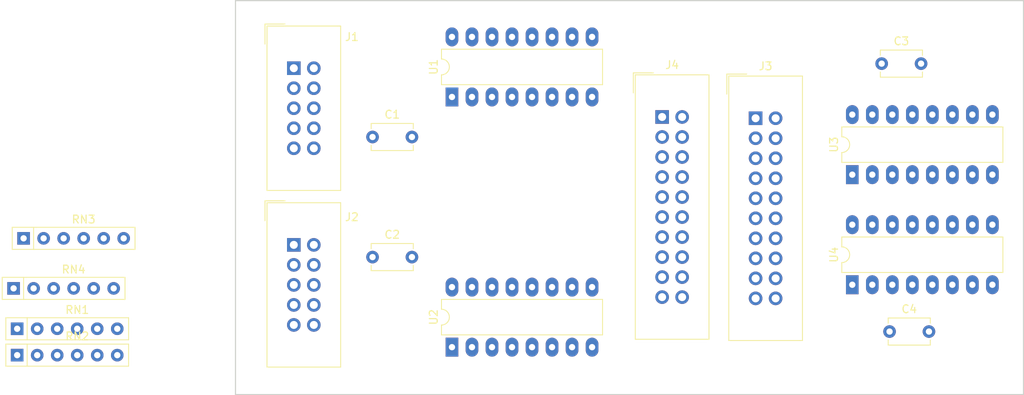
<source format=kicad_pcb>
(kicad_pcb (version 20171130) (host pcbnew 5.0.1)

  (general
    (thickness 1.6)
    (drawings 4)
    (tracks 0)
    (zones 0)
    (modules 20)
    (nets 69)
  )

  (page A4)
  (layers
    (0 F.Cu signal)
    (31 B.Cu signal)
    (32 B.Adhes user)
    (33 F.Adhes user)
    (34 B.Paste user)
    (35 F.Paste user)
    (36 B.SilkS user)
    (37 F.SilkS user)
    (38 B.Mask user)
    (39 F.Mask user)
    (40 Dwgs.User user)
    (41 Cmts.User user)
    (42 Eco1.User user)
    (43 Eco2.User user)
    (44 Edge.Cuts user)
    (45 Margin user)
    (46 B.CrtYd user)
    (47 F.CrtYd user)
    (48 B.Fab user)
    (49 F.Fab user)
  )

  (setup
    (last_trace_width 0.25)
    (trace_clearance 0.2)
    (zone_clearance 0.508)
    (zone_45_only no)
    (trace_min 0.2)
    (segment_width 0.2)
    (edge_width 0.15)
    (via_size 0.8)
    (via_drill 0.4)
    (via_min_size 0.4)
    (via_min_drill 0.3)
    (uvia_size 0.3)
    (uvia_drill 0.1)
    (uvias_allowed no)
    (uvia_min_size 0.2)
    (uvia_min_drill 0.1)
    (pcb_text_width 0.3)
    (pcb_text_size 1.5 1.5)
    (mod_edge_width 0.15)
    (mod_text_size 1 1)
    (mod_text_width 0.15)
    (pad_size 1.524 1.524)
    (pad_drill 0.762)
    (pad_to_mask_clearance 0.051)
    (solder_mask_min_width 0.25)
    (aux_axis_origin 0 0)
    (visible_elements FFFFFF7F)
    (pcbplotparams
      (layerselection 0x010fc_ffffffff)
      (usegerberextensions false)
      (usegerberattributes false)
      (usegerberadvancedattributes false)
      (creategerberjobfile false)
      (excludeedgelayer true)
      (linewidth 0.100000)
      (plotframeref false)
      (viasonmask false)
      (mode 1)
      (useauxorigin false)
      (hpglpennumber 1)
      (hpglpenspeed 20)
      (hpglpendiameter 15.000000)
      (psnegative false)
      (psa4output false)
      (plotreference true)
      (plotvalue true)
      (plotinvisibletext false)
      (padsonsilk false)
      (subtractmaskfromsilk false)
      (outputformat 1)
      (mirror false)
      (drillshape 1)
      (scaleselection 1)
      (outputdirectory ""))
  )

  (net 0 "")
  (net 1 +5V)
  (net 2 GND)
  (net 3 /SI)
  (net 4 /SO)
  (net 5 /SC)
  (net 6 "Net-(J1-Pad9)")
  (net 7 /RC)
  (net 8 "Net-(J2-Pad9)")
  (net 9 /SO_THRU)
  (net 10 /SI_THRU)
  (net 11 /MK_10)
  (net 12 /BK_4_9)
  (net 13 /BK_10)
  (net 14 /MK_4_9)
  (net 15 /T_R_7)
  (net 16 /BK_3_8)
  (net 17 /T_R_6)
  (net 18 /MK_3_8)
  (net 19 /T_R_5)
  (net 20 /BK_2_7)
  (net 21 /T_R_4)
  (net 22 /MK_2_7)
  (net 23 /T_R_3)
  (net 24 /BK_1_6)
  (net 25 /T_R_2)
  (net 26 /MK_1_6)
  (net 27 /T_R_1)
  (net 28 /BK_0_5)
  (net 29 /T_R_0)
  (net 30 /MK_0_5)
  (net 31 /T_L_0)
  (net 32 /T_L_1)
  (net 33 /T_L_2)
  (net 34 /T_L_3)
  (net 35 /T_L_4)
  (net 36 /T_L_5)
  (net 37 /T_L_6)
  (net 38 /T_L_7)
  (net 39 "Net-(J4-Pad18)")
  (net 40 "Net-(J4-Pad20)")
  (net 41 "Net-(RN1-Pad2)")
  (net 42 "Net-(RN1-Pad3)")
  (net 43 "Net-(RN1-Pad4)")
  (net 44 "Net-(RN1-Pad5)")
  (net 45 "Net-(RN1-Pad6)")
  (net 46 "Net-(RN2-Pad6)")
  (net 47 "Net-(RN2-Pad5)")
  (net 48 "Net-(RN2-Pad4)")
  (net 49 "Net-(RN2-Pad3)")
  (net 50 "Net-(RN2-Pad2)")
  (net 51 "Net-(RN3-Pad2)")
  (net 52 "Net-(RN3-Pad3)")
  (net 53 "Net-(RN3-Pad4)")
  (net 54 "Net-(RN3-Pad5)")
  (net 55 "Net-(RN3-Pad6)")
  (net 56 "Net-(RN4-Pad6)")
  (net 57 "Net-(RN4-Pad5)")
  (net 58 "Net-(RN4-Pad4)")
  (net 59 "Net-(RN4-Pad3)")
  (net 60 "Net-(RN4-Pad2)")
  (net 61 "Net-(U1-Pad9)")
  (net 62 "Net-(U2-Pad15)")
  (net 63 "Net-(U2-Pad3)")
  (net 64 "Net-(U2-Pad2)")
  (net 65 "Net-(U2-Pad1)")
  (net 66 "Net-(U3-Pad7)")
  (net 67 "Net-(U3-Pad9)")
  (net 68 "Net-(U4-Pad7)")

  (net_class Default "This is the default net class."
    (clearance 0.2)
    (trace_width 0.25)
    (via_dia 0.8)
    (via_drill 0.4)
    (uvia_dia 0.3)
    (uvia_drill 0.1)
    (add_net +5V)
    (add_net /BK_0_5)
    (add_net /BK_10)
    (add_net /BK_1_6)
    (add_net /BK_2_7)
    (add_net /BK_3_8)
    (add_net /BK_4_9)
    (add_net /MK_0_5)
    (add_net /MK_10)
    (add_net /MK_1_6)
    (add_net /MK_2_7)
    (add_net /MK_3_8)
    (add_net /MK_4_9)
    (add_net /RC)
    (add_net /SC)
    (add_net /SI)
    (add_net /SI_THRU)
    (add_net /SO)
    (add_net /SO_THRU)
    (add_net /T_L_0)
    (add_net /T_L_1)
    (add_net /T_L_2)
    (add_net /T_L_3)
    (add_net /T_L_4)
    (add_net /T_L_5)
    (add_net /T_L_6)
    (add_net /T_L_7)
    (add_net /T_R_0)
    (add_net /T_R_1)
    (add_net /T_R_2)
    (add_net /T_R_3)
    (add_net /T_R_4)
    (add_net /T_R_5)
    (add_net /T_R_6)
    (add_net /T_R_7)
    (add_net GND)
    (add_net "Net-(J1-Pad9)")
    (add_net "Net-(J2-Pad9)")
    (add_net "Net-(J4-Pad18)")
    (add_net "Net-(J4-Pad20)")
    (add_net "Net-(RN1-Pad2)")
    (add_net "Net-(RN1-Pad3)")
    (add_net "Net-(RN1-Pad4)")
    (add_net "Net-(RN1-Pad5)")
    (add_net "Net-(RN1-Pad6)")
    (add_net "Net-(RN2-Pad2)")
    (add_net "Net-(RN2-Pad3)")
    (add_net "Net-(RN2-Pad4)")
    (add_net "Net-(RN2-Pad5)")
    (add_net "Net-(RN2-Pad6)")
    (add_net "Net-(RN3-Pad2)")
    (add_net "Net-(RN3-Pad3)")
    (add_net "Net-(RN3-Pad4)")
    (add_net "Net-(RN3-Pad5)")
    (add_net "Net-(RN3-Pad6)")
    (add_net "Net-(RN4-Pad2)")
    (add_net "Net-(RN4-Pad3)")
    (add_net "Net-(RN4-Pad4)")
    (add_net "Net-(RN4-Pad5)")
    (add_net "Net-(RN4-Pad6)")
    (add_net "Net-(U1-Pad9)")
    (add_net "Net-(U2-Pad1)")
    (add_net "Net-(U2-Pad15)")
    (add_net "Net-(U2-Pad2)")
    (add_net "Net-(U2-Pad3)")
    (add_net "Net-(U3-Pad7)")
    (add_net "Net-(U3-Pad9)")
    (add_net "Net-(U4-Pad7)")
  )

  (module Capacitor_THT:C_Disc_D5.1mm_W3.2mm_P5.00mm (layer F.Cu) (tedit 5AE50EF0) (tstamp 5C711D05)
    (at 67.39 67.31)
    (descr "C, Disc series, Radial, pin pitch=5.00mm, , diameter*width=5.1*3.2mm^2, Capacitor, http://www.vishay.com/docs/45233/krseries.pdf")
    (tags "C Disc series Radial pin pitch 5.00mm  diameter 5.1mm width 3.2mm Capacitor")
    (path /5C64AEDA)
    (fp_text reference C1 (at 2.5 -2.85) (layer F.SilkS)
      (effects (font (size 1 1) (thickness 0.15)))
    )
    (fp_text value 100n (at 2.5 2.85) (layer F.Fab)
      (effects (font (size 1 1) (thickness 0.15)))
    )
    (fp_line (start -0.05 -1.6) (end -0.05 1.6) (layer F.Fab) (width 0.1))
    (fp_line (start -0.05 1.6) (end 5.05 1.6) (layer F.Fab) (width 0.1))
    (fp_line (start 5.05 1.6) (end 5.05 -1.6) (layer F.Fab) (width 0.1))
    (fp_line (start 5.05 -1.6) (end -0.05 -1.6) (layer F.Fab) (width 0.1))
    (fp_line (start -0.17 -1.721) (end 5.17 -1.721) (layer F.SilkS) (width 0.12))
    (fp_line (start -0.17 1.721) (end 5.17 1.721) (layer F.SilkS) (width 0.12))
    (fp_line (start -0.17 -1.721) (end -0.17 -1.055) (layer F.SilkS) (width 0.12))
    (fp_line (start -0.17 1.055) (end -0.17 1.721) (layer F.SilkS) (width 0.12))
    (fp_line (start 5.17 -1.721) (end 5.17 -1.055) (layer F.SilkS) (width 0.12))
    (fp_line (start 5.17 1.055) (end 5.17 1.721) (layer F.SilkS) (width 0.12))
    (fp_line (start -1.05 -1.85) (end -1.05 1.85) (layer F.CrtYd) (width 0.05))
    (fp_line (start -1.05 1.85) (end 6.05 1.85) (layer F.CrtYd) (width 0.05))
    (fp_line (start 6.05 1.85) (end 6.05 -1.85) (layer F.CrtYd) (width 0.05))
    (fp_line (start 6.05 -1.85) (end -1.05 -1.85) (layer F.CrtYd) (width 0.05))
    (fp_text user %R (at 2.5 0) (layer F.Fab)
      (effects (font (size 1 1) (thickness 0.15)))
    )
    (pad 1 thru_hole circle (at 0 0) (size 1.6 1.6) (drill 0.8) (layers *.Cu *.Mask)
      (net 1 +5V))
    (pad 2 thru_hole circle (at 5 0) (size 1.6 1.6) (drill 0.8) (layers *.Cu *.Mask)
      (net 2 GND))
    (model ${KISYS3DMOD}/Capacitor_THT.3dshapes/C_Disc_D5.1mm_W3.2mm_P5.00mm.wrl
      (at (xyz 0 0 0))
      (scale (xyz 1 1 1))
      (rotate (xyz 0 0 0))
    )
  )

  (module Capacitor_THT:C_Disc_D5.1mm_W3.2mm_P5.00mm (layer F.Cu) (tedit 5AE50EF0) (tstamp 5C711D1A)
    (at 67.39 82.55)
    (descr "C, Disc series, Radial, pin pitch=5.00mm, , diameter*width=5.1*3.2mm^2, Capacitor, http://www.vishay.com/docs/45233/krseries.pdf")
    (tags "C Disc series Radial pin pitch 5.00mm  diameter 5.1mm width 3.2mm Capacitor")
    (path /5C88701F)
    (fp_text reference C2 (at 2.5 -2.85) (layer F.SilkS)
      (effects (font (size 1 1) (thickness 0.15)))
    )
    (fp_text value 100n (at 2.5 2.85) (layer F.Fab)
      (effects (font (size 1 1) (thickness 0.15)))
    )
    (fp_text user %R (at 2.5 0) (layer F.Fab)
      (effects (font (size 1 1) (thickness 0.15)))
    )
    (fp_line (start 6.05 -1.85) (end -1.05 -1.85) (layer F.CrtYd) (width 0.05))
    (fp_line (start 6.05 1.85) (end 6.05 -1.85) (layer F.CrtYd) (width 0.05))
    (fp_line (start -1.05 1.85) (end 6.05 1.85) (layer F.CrtYd) (width 0.05))
    (fp_line (start -1.05 -1.85) (end -1.05 1.85) (layer F.CrtYd) (width 0.05))
    (fp_line (start 5.17 1.055) (end 5.17 1.721) (layer F.SilkS) (width 0.12))
    (fp_line (start 5.17 -1.721) (end 5.17 -1.055) (layer F.SilkS) (width 0.12))
    (fp_line (start -0.17 1.055) (end -0.17 1.721) (layer F.SilkS) (width 0.12))
    (fp_line (start -0.17 -1.721) (end -0.17 -1.055) (layer F.SilkS) (width 0.12))
    (fp_line (start -0.17 1.721) (end 5.17 1.721) (layer F.SilkS) (width 0.12))
    (fp_line (start -0.17 -1.721) (end 5.17 -1.721) (layer F.SilkS) (width 0.12))
    (fp_line (start 5.05 -1.6) (end -0.05 -1.6) (layer F.Fab) (width 0.1))
    (fp_line (start 5.05 1.6) (end 5.05 -1.6) (layer F.Fab) (width 0.1))
    (fp_line (start -0.05 1.6) (end 5.05 1.6) (layer F.Fab) (width 0.1))
    (fp_line (start -0.05 -1.6) (end -0.05 1.6) (layer F.Fab) (width 0.1))
    (pad 2 thru_hole circle (at 5 0) (size 1.6 1.6) (drill 0.8) (layers *.Cu *.Mask)
      (net 2 GND))
    (pad 1 thru_hole circle (at 0 0) (size 1.6 1.6) (drill 0.8) (layers *.Cu *.Mask)
      (net 1 +5V))
    (model ${KISYS3DMOD}/Capacitor_THT.3dshapes/C_Disc_D5.1mm_W3.2mm_P5.00mm.wrl
      (at (xyz 0 0 0))
      (scale (xyz 1 1 1))
      (rotate (xyz 0 0 0))
    )
  )

  (module Capacitor_THT:C_Disc_D5.1mm_W3.2mm_P5.00mm (layer F.Cu) (tedit 5AE50EF0) (tstamp 5C7139B6)
    (at 132 58)
    (descr "C, Disc series, Radial, pin pitch=5.00mm, , diameter*width=5.1*3.2mm^2, Capacitor, http://www.vishay.com/docs/45233/krseries.pdf")
    (tags "C Disc series Radial pin pitch 5.00mm  diameter 5.1mm width 3.2mm Capacitor")
    (path /5C88705F)
    (fp_text reference C3 (at 2.5 -2.85) (layer F.SilkS)
      (effects (font (size 1 1) (thickness 0.15)))
    )
    (fp_text value 100n (at 2.5 2.85) (layer F.Fab)
      (effects (font (size 1 1) (thickness 0.15)))
    )
    (fp_line (start -0.05 -1.6) (end -0.05 1.6) (layer F.Fab) (width 0.1))
    (fp_line (start -0.05 1.6) (end 5.05 1.6) (layer F.Fab) (width 0.1))
    (fp_line (start 5.05 1.6) (end 5.05 -1.6) (layer F.Fab) (width 0.1))
    (fp_line (start 5.05 -1.6) (end -0.05 -1.6) (layer F.Fab) (width 0.1))
    (fp_line (start -0.17 -1.721) (end 5.17 -1.721) (layer F.SilkS) (width 0.12))
    (fp_line (start -0.17 1.721) (end 5.17 1.721) (layer F.SilkS) (width 0.12))
    (fp_line (start -0.17 -1.721) (end -0.17 -1.055) (layer F.SilkS) (width 0.12))
    (fp_line (start -0.17 1.055) (end -0.17 1.721) (layer F.SilkS) (width 0.12))
    (fp_line (start 5.17 -1.721) (end 5.17 -1.055) (layer F.SilkS) (width 0.12))
    (fp_line (start 5.17 1.055) (end 5.17 1.721) (layer F.SilkS) (width 0.12))
    (fp_line (start -1.05 -1.85) (end -1.05 1.85) (layer F.CrtYd) (width 0.05))
    (fp_line (start -1.05 1.85) (end 6.05 1.85) (layer F.CrtYd) (width 0.05))
    (fp_line (start 6.05 1.85) (end 6.05 -1.85) (layer F.CrtYd) (width 0.05))
    (fp_line (start 6.05 -1.85) (end -1.05 -1.85) (layer F.CrtYd) (width 0.05))
    (fp_text user %R (at 2.5 0) (layer F.Fab)
      (effects (font (size 1 1) (thickness 0.15)))
    )
    (pad 1 thru_hole circle (at 0 0) (size 1.6 1.6) (drill 0.8) (layers *.Cu *.Mask)
      (net 1 +5V))
    (pad 2 thru_hole circle (at 5 0) (size 1.6 1.6) (drill 0.8) (layers *.Cu *.Mask)
      (net 2 GND))
    (model ${KISYS3DMOD}/Capacitor_THT.3dshapes/C_Disc_D5.1mm_W3.2mm_P5.00mm.wrl
      (at (xyz 0 0 0))
      (scale (xyz 1 1 1))
      (rotate (xyz 0 0 0))
    )
  )

  (module Capacitor_THT:C_Disc_D5.1mm_W3.2mm_P5.00mm (layer F.Cu) (tedit 5AE50EF0) (tstamp 5C713913)
    (at 133 92)
    (descr "C, Disc series, Radial, pin pitch=5.00mm, , diameter*width=5.1*3.2mm^2, Capacitor, http://www.vishay.com/docs/45233/krseries.pdf")
    (tags "C Disc series Radial pin pitch 5.00mm  diameter 5.1mm width 3.2mm Capacitor")
    (path /5C887099)
    (fp_text reference C4 (at 2.5 -2.85) (layer F.SilkS)
      (effects (font (size 1 1) (thickness 0.15)))
    )
    (fp_text value 100n (at 2.5 2.85) (layer F.Fab)
      (effects (font (size 1 1) (thickness 0.15)))
    )
    (fp_text user %R (at 2.5 0) (layer F.Fab)
      (effects (font (size 1 1) (thickness 0.15)))
    )
    (fp_line (start 6.05 -1.85) (end -1.05 -1.85) (layer F.CrtYd) (width 0.05))
    (fp_line (start 6.05 1.85) (end 6.05 -1.85) (layer F.CrtYd) (width 0.05))
    (fp_line (start -1.05 1.85) (end 6.05 1.85) (layer F.CrtYd) (width 0.05))
    (fp_line (start -1.05 -1.85) (end -1.05 1.85) (layer F.CrtYd) (width 0.05))
    (fp_line (start 5.17 1.055) (end 5.17 1.721) (layer F.SilkS) (width 0.12))
    (fp_line (start 5.17 -1.721) (end 5.17 -1.055) (layer F.SilkS) (width 0.12))
    (fp_line (start -0.17 1.055) (end -0.17 1.721) (layer F.SilkS) (width 0.12))
    (fp_line (start -0.17 -1.721) (end -0.17 -1.055) (layer F.SilkS) (width 0.12))
    (fp_line (start -0.17 1.721) (end 5.17 1.721) (layer F.SilkS) (width 0.12))
    (fp_line (start -0.17 -1.721) (end 5.17 -1.721) (layer F.SilkS) (width 0.12))
    (fp_line (start 5.05 -1.6) (end -0.05 -1.6) (layer F.Fab) (width 0.1))
    (fp_line (start 5.05 1.6) (end 5.05 -1.6) (layer F.Fab) (width 0.1))
    (fp_line (start -0.05 1.6) (end 5.05 1.6) (layer F.Fab) (width 0.1))
    (fp_line (start -0.05 -1.6) (end -0.05 1.6) (layer F.Fab) (width 0.1))
    (pad 2 thru_hole circle (at 5 0) (size 1.6 1.6) (drill 0.8) (layers *.Cu *.Mask)
      (net 2 GND))
    (pad 1 thru_hole circle (at 0 0) (size 1.6 1.6) (drill 0.8) (layers *.Cu *.Mask)
      (net 1 +5V))
    (model ${KISYS3DMOD}/Capacitor_THT.3dshapes/C_Disc_D5.1mm_W3.2mm_P5.00mm.wrl
      (at (xyz 0 0 0))
      (scale (xyz 1 1 1))
      (rotate (xyz 0 0 0))
    )
  )

  (module Connector_IDC:IDC-Header_2x05_P2.54mm_Vertical (layer F.Cu) (tedit 59DE0611) (tstamp 5C711D6C)
    (at 57.4 58.58)
    (descr "Through hole straight IDC box header, 2x05, 2.54mm pitch, double rows")
    (tags "Through hole IDC box header THT 2x05 2.54mm double row")
    (path /5C534EDE)
    (fp_text reference J1 (at 7.37 -3.97) (layer F.SilkS)
      (effects (font (size 1 1) (thickness 0.15)))
    )
    (fp_text value in (at 1.27 16.764) (layer F.Fab)
      (effects (font (size 1 1) (thickness 0.15)))
    )
    (fp_text user %R (at 1.27 5.08) (layer F.Fab)
      (effects (font (size 1 1) (thickness 0.15)))
    )
    (fp_line (start 5.695 -5.1) (end 5.695 15.26) (layer F.Fab) (width 0.1))
    (fp_line (start 5.145 -4.56) (end 5.145 14.7) (layer F.Fab) (width 0.1))
    (fp_line (start -3.155 -5.1) (end -3.155 15.26) (layer F.Fab) (width 0.1))
    (fp_line (start -2.605 -4.56) (end -2.605 2.83) (layer F.Fab) (width 0.1))
    (fp_line (start -2.605 7.33) (end -2.605 14.7) (layer F.Fab) (width 0.1))
    (fp_line (start -2.605 2.83) (end -3.155 2.83) (layer F.Fab) (width 0.1))
    (fp_line (start -2.605 7.33) (end -3.155 7.33) (layer F.Fab) (width 0.1))
    (fp_line (start 5.695 -5.1) (end -3.155 -5.1) (layer F.Fab) (width 0.1))
    (fp_line (start 5.145 -4.56) (end -2.605 -4.56) (layer F.Fab) (width 0.1))
    (fp_line (start 5.695 15.26) (end -3.155 15.26) (layer F.Fab) (width 0.1))
    (fp_line (start 5.145 14.7) (end -2.605 14.7) (layer F.Fab) (width 0.1))
    (fp_line (start 5.695 -5.1) (end 5.145 -4.56) (layer F.Fab) (width 0.1))
    (fp_line (start 5.695 15.26) (end 5.145 14.7) (layer F.Fab) (width 0.1))
    (fp_line (start -3.155 -5.1) (end -2.605 -4.56) (layer F.Fab) (width 0.1))
    (fp_line (start -3.155 15.26) (end -2.605 14.7) (layer F.Fab) (width 0.1))
    (fp_line (start 5.95 -5.35) (end 5.95 15.51) (layer F.CrtYd) (width 0.05))
    (fp_line (start 5.95 15.51) (end -3.41 15.51) (layer F.CrtYd) (width 0.05))
    (fp_line (start -3.41 15.51) (end -3.41 -5.35) (layer F.CrtYd) (width 0.05))
    (fp_line (start -3.41 -5.35) (end 5.95 -5.35) (layer F.CrtYd) (width 0.05))
    (fp_line (start 5.945 -5.35) (end 5.945 15.51) (layer F.SilkS) (width 0.12))
    (fp_line (start 5.945 15.51) (end -3.405 15.51) (layer F.SilkS) (width 0.12))
    (fp_line (start -3.405 15.51) (end -3.405 -5.35) (layer F.SilkS) (width 0.12))
    (fp_line (start -3.405 -5.35) (end 5.945 -5.35) (layer F.SilkS) (width 0.12))
    (fp_line (start -3.655 -5.6) (end -3.655 -3.06) (layer F.SilkS) (width 0.12))
    (fp_line (start -3.655 -5.6) (end -1.115 -5.6) (layer F.SilkS) (width 0.12))
    (pad 1 thru_hole rect (at 0 0) (size 1.7272 1.7272) (drill 1.016) (layers *.Cu *.Mask)
      (net 2 GND))
    (pad 2 thru_hole oval (at 2.54 0) (size 1.7272 1.7272) (drill 1.016) (layers *.Cu *.Mask)
      (net 2 GND))
    (pad 3 thru_hole oval (at 0 2.54) (size 1.7272 1.7272) (drill 1.016) (layers *.Cu *.Mask)
      (net 1 +5V))
    (pad 4 thru_hole oval (at 2.54 2.54) (size 1.7272 1.7272) (drill 1.016) (layers *.Cu *.Mask)
      (net 1 +5V))
    (pad 5 thru_hole oval (at 0 5.08) (size 1.7272 1.7272) (drill 1.016) (layers *.Cu *.Mask)
      (net 3 /SI))
    (pad 6 thru_hole oval (at 2.54 5.08) (size 1.7272 1.7272) (drill 1.016) (layers *.Cu *.Mask)
      (net 4 /SO))
    (pad 7 thru_hole oval (at 0 7.62) (size 1.7272 1.7272) (drill 1.016) (layers *.Cu *.Mask)
      (net 5 /SC))
    (pad 8 thru_hole oval (at 2.54 7.62) (size 1.7272 1.7272) (drill 1.016) (layers *.Cu *.Mask)
      (net 5 /SC))
    (pad 9 thru_hole oval (at 0 10.16) (size 1.7272 1.7272) (drill 1.016) (layers *.Cu *.Mask)
      (net 6 "Net-(J1-Pad9)"))
    (pad 10 thru_hole oval (at 2.54 10.16) (size 1.7272 1.7272) (drill 1.016) (layers *.Cu *.Mask)
      (net 7 /RC))
    (model ${KISYS3DMOD}/Connector_IDC.3dshapes/IDC-Header_2x05_P2.54mm_Vertical.wrl
      (at (xyz 0 0 0))
      (scale (xyz 1 1 1))
      (rotate (xyz 0 0 0))
    )
  )

  (module Connector_IDC:IDC-Header_2x05_P2.54mm_Vertical (layer F.Cu) (tedit 59DE0611) (tstamp 5C712FB5)
    (at 57.4 81)
    (descr "Through hole straight IDC box header, 2x05, 2.54mm pitch, double rows")
    (tags "Through hole IDC box header THT 2x05 2.54mm double row")
    (path /5C535175)
    (fp_text reference J2 (at 7.37 -3.53) (layer F.SilkS)
      (effects (font (size 1 1) (thickness 0.15)))
    )
    (fp_text value thru (at 1.27 16.764) (layer F.Fab)
      (effects (font (size 1 1) (thickness 0.15)))
    )
    (fp_line (start -3.655 -5.6) (end -1.115 -5.6) (layer F.SilkS) (width 0.12))
    (fp_line (start -3.655 -5.6) (end -3.655 -3.06) (layer F.SilkS) (width 0.12))
    (fp_line (start -3.405 -5.35) (end 5.945 -5.35) (layer F.SilkS) (width 0.12))
    (fp_line (start -3.405 15.51) (end -3.405 -5.35) (layer F.SilkS) (width 0.12))
    (fp_line (start 5.945 15.51) (end -3.405 15.51) (layer F.SilkS) (width 0.12))
    (fp_line (start 5.945 -5.35) (end 5.945 15.51) (layer F.SilkS) (width 0.12))
    (fp_line (start -3.41 -5.35) (end 5.95 -5.35) (layer F.CrtYd) (width 0.05))
    (fp_line (start -3.41 15.51) (end -3.41 -5.35) (layer F.CrtYd) (width 0.05))
    (fp_line (start 5.95 15.51) (end -3.41 15.51) (layer F.CrtYd) (width 0.05))
    (fp_line (start 5.95 -5.35) (end 5.95 15.51) (layer F.CrtYd) (width 0.05))
    (fp_line (start -3.155 15.26) (end -2.605 14.7) (layer F.Fab) (width 0.1))
    (fp_line (start -3.155 -5.1) (end -2.605 -4.56) (layer F.Fab) (width 0.1))
    (fp_line (start 5.695 15.26) (end 5.145 14.7) (layer F.Fab) (width 0.1))
    (fp_line (start 5.695 -5.1) (end 5.145 -4.56) (layer F.Fab) (width 0.1))
    (fp_line (start 5.145 14.7) (end -2.605 14.7) (layer F.Fab) (width 0.1))
    (fp_line (start 5.695 15.26) (end -3.155 15.26) (layer F.Fab) (width 0.1))
    (fp_line (start 5.145 -4.56) (end -2.605 -4.56) (layer F.Fab) (width 0.1))
    (fp_line (start 5.695 -5.1) (end -3.155 -5.1) (layer F.Fab) (width 0.1))
    (fp_line (start -2.605 7.33) (end -3.155 7.33) (layer F.Fab) (width 0.1))
    (fp_line (start -2.605 2.83) (end -3.155 2.83) (layer F.Fab) (width 0.1))
    (fp_line (start -2.605 7.33) (end -2.605 14.7) (layer F.Fab) (width 0.1))
    (fp_line (start -2.605 -4.56) (end -2.605 2.83) (layer F.Fab) (width 0.1))
    (fp_line (start -3.155 -5.1) (end -3.155 15.26) (layer F.Fab) (width 0.1))
    (fp_line (start 5.145 -4.56) (end 5.145 14.7) (layer F.Fab) (width 0.1))
    (fp_line (start 5.695 -5.1) (end 5.695 15.26) (layer F.Fab) (width 0.1))
    (fp_text user %R (at 1.27 5.08) (layer F.Fab)
      (effects (font (size 1 1) (thickness 0.15)))
    )
    (pad 10 thru_hole oval (at 2.54 10.16) (size 1.7272 1.7272) (drill 1.016) (layers *.Cu *.Mask)
      (net 7 /RC))
    (pad 9 thru_hole oval (at 0 10.16) (size 1.7272 1.7272) (drill 1.016) (layers *.Cu *.Mask)
      (net 8 "Net-(J2-Pad9)"))
    (pad 8 thru_hole oval (at 2.54 7.62) (size 1.7272 1.7272) (drill 1.016) (layers *.Cu *.Mask)
      (net 5 /SC))
    (pad 7 thru_hole oval (at 0 7.62) (size 1.7272 1.7272) (drill 1.016) (layers *.Cu *.Mask)
      (net 5 /SC))
    (pad 6 thru_hole oval (at 2.54 5.08) (size 1.7272 1.7272) (drill 1.016) (layers *.Cu *.Mask)
      (net 9 /SO_THRU))
    (pad 5 thru_hole oval (at 0 5.08) (size 1.7272 1.7272) (drill 1.016) (layers *.Cu *.Mask)
      (net 10 /SI_THRU))
    (pad 4 thru_hole oval (at 2.54 2.54) (size 1.7272 1.7272) (drill 1.016) (layers *.Cu *.Mask)
      (net 1 +5V))
    (pad 3 thru_hole oval (at 0 2.54) (size 1.7272 1.7272) (drill 1.016) (layers *.Cu *.Mask)
      (net 1 +5V))
    (pad 2 thru_hole oval (at 2.54 0) (size 1.7272 1.7272) (drill 1.016) (layers *.Cu *.Mask)
      (net 2 GND))
    (pad 1 thru_hole rect (at 0 0) (size 1.7272 1.7272) (drill 1.016) (layers *.Cu *.Mask)
      (net 2 GND))
    (model ${KISYS3DMOD}/Connector_IDC.3dshapes/IDC-Header_2x05_P2.54mm_Vertical.wrl
      (at (xyz 0 0 0))
      (scale (xyz 1 1 1))
      (rotate (xyz 0 0 0))
    )
  )

  (module Connector_IDC:IDC-Header_2x10_P2.54mm_Vertical (layer F.Cu) (tedit 59DE0251) (tstamp 5C711DC6)
    (at 116 64.93)
    (descr "Through hole straight IDC box header, 2x10, 2.54mm pitch, double rows")
    (tags "Through hole IDC box header THT 2x10 2.54mm double row")
    (path /5C535094)
    (fp_text reference J3 (at 1.27 -6.604) (layer F.SilkS)
      (effects (font (size 1 1) (thickness 0.15)))
    )
    (fp_text value right (at 1.27 29.464) (layer F.Fab)
      (effects (font (size 1 1) (thickness 0.15)))
    )
    (fp_line (start -3.655 -5.6) (end -1.115 -5.6) (layer F.SilkS) (width 0.12))
    (fp_line (start -3.655 -5.6) (end -3.655 -3.06) (layer F.SilkS) (width 0.12))
    (fp_line (start -3.405 -5.35) (end 5.945 -5.35) (layer F.SilkS) (width 0.12))
    (fp_line (start -3.405 28.21) (end -3.405 -5.35) (layer F.SilkS) (width 0.12))
    (fp_line (start 5.945 28.21) (end -3.405 28.21) (layer F.SilkS) (width 0.12))
    (fp_line (start 5.945 -5.35) (end 5.945 28.21) (layer F.SilkS) (width 0.12))
    (fp_line (start -3.41 -5.35) (end 5.95 -5.35) (layer F.CrtYd) (width 0.05))
    (fp_line (start -3.41 28.21) (end -3.41 -5.35) (layer F.CrtYd) (width 0.05))
    (fp_line (start 5.95 28.21) (end -3.41 28.21) (layer F.CrtYd) (width 0.05))
    (fp_line (start 5.95 -5.35) (end 5.95 28.21) (layer F.CrtYd) (width 0.05))
    (fp_line (start -3.155 27.96) (end -2.605 27.4) (layer F.Fab) (width 0.1))
    (fp_line (start -3.155 -5.1) (end -2.605 -4.56) (layer F.Fab) (width 0.1))
    (fp_line (start 5.695 27.96) (end 5.145 27.4) (layer F.Fab) (width 0.1))
    (fp_line (start 5.695 -5.1) (end 5.145 -4.56) (layer F.Fab) (width 0.1))
    (fp_line (start 5.145 27.4) (end -2.605 27.4) (layer F.Fab) (width 0.1))
    (fp_line (start 5.695 27.96) (end -3.155 27.96) (layer F.Fab) (width 0.1))
    (fp_line (start 5.145 -4.56) (end -2.605 -4.56) (layer F.Fab) (width 0.1))
    (fp_line (start 5.695 -5.1) (end -3.155 -5.1) (layer F.Fab) (width 0.1))
    (fp_line (start -2.605 13.68) (end -3.155 13.68) (layer F.Fab) (width 0.1))
    (fp_line (start -2.605 9.18) (end -3.155 9.18) (layer F.Fab) (width 0.1))
    (fp_line (start -2.605 13.68) (end -2.605 27.4) (layer F.Fab) (width 0.1))
    (fp_line (start -2.605 -4.56) (end -2.605 9.18) (layer F.Fab) (width 0.1))
    (fp_line (start -3.155 -5.1) (end -3.155 27.96) (layer F.Fab) (width 0.1))
    (fp_line (start 5.145 -4.56) (end 5.145 27.4) (layer F.Fab) (width 0.1))
    (fp_line (start 5.695 -5.1) (end 5.695 27.96) (layer F.Fab) (width 0.1))
    (fp_text user %R (at 1.27 11.43) (layer F.Fab)
      (effects (font (size 1 1) (thickness 0.15)))
    )
    (pad 20 thru_hole oval (at 2.54 22.86) (size 1.7272 1.7272) (drill 1.016) (layers *.Cu *.Mask)
      (net 11 /MK_10))
    (pad 19 thru_hole oval (at 0 22.86) (size 1.7272 1.7272) (drill 1.016) (layers *.Cu *.Mask)
      (net 12 /BK_4_9))
    (pad 18 thru_hole oval (at 2.54 20.32) (size 1.7272 1.7272) (drill 1.016) (layers *.Cu *.Mask)
      (net 13 /BK_10))
    (pad 17 thru_hole oval (at 0 20.32) (size 1.7272 1.7272) (drill 1.016) (layers *.Cu *.Mask)
      (net 14 /MK_4_9))
    (pad 16 thru_hole oval (at 2.54 17.78) (size 1.7272 1.7272) (drill 1.016) (layers *.Cu *.Mask)
      (net 15 /T_R_7))
    (pad 15 thru_hole oval (at 0 17.78) (size 1.7272 1.7272) (drill 1.016) (layers *.Cu *.Mask)
      (net 16 /BK_3_8))
    (pad 14 thru_hole oval (at 2.54 15.24) (size 1.7272 1.7272) (drill 1.016) (layers *.Cu *.Mask)
      (net 17 /T_R_6))
    (pad 13 thru_hole oval (at 0 15.24) (size 1.7272 1.7272) (drill 1.016) (layers *.Cu *.Mask)
      (net 18 /MK_3_8))
    (pad 12 thru_hole oval (at 2.54 12.7) (size 1.7272 1.7272) (drill 1.016) (layers *.Cu *.Mask)
      (net 19 /T_R_5))
    (pad 11 thru_hole oval (at 0 12.7) (size 1.7272 1.7272) (drill 1.016) (layers *.Cu *.Mask)
      (net 20 /BK_2_7))
    (pad 10 thru_hole oval (at 2.54 10.16) (size 1.7272 1.7272) (drill 1.016) (layers *.Cu *.Mask)
      (net 21 /T_R_4))
    (pad 9 thru_hole oval (at 0 10.16) (size 1.7272 1.7272) (drill 1.016) (layers *.Cu *.Mask)
      (net 22 /MK_2_7))
    (pad 8 thru_hole oval (at 2.54 7.62) (size 1.7272 1.7272) (drill 1.016) (layers *.Cu *.Mask)
      (net 23 /T_R_3))
    (pad 7 thru_hole oval (at 0 7.62) (size 1.7272 1.7272) (drill 1.016) (layers *.Cu *.Mask)
      (net 24 /BK_1_6))
    (pad 6 thru_hole oval (at 2.54 5.08) (size 1.7272 1.7272) (drill 1.016) (layers *.Cu *.Mask)
      (net 25 /T_R_2))
    (pad 5 thru_hole oval (at 0 5.08) (size 1.7272 1.7272) (drill 1.016) (layers *.Cu *.Mask)
      (net 26 /MK_1_6))
    (pad 4 thru_hole oval (at 2.54 2.54) (size 1.7272 1.7272) (drill 1.016) (layers *.Cu *.Mask)
      (net 27 /T_R_1))
    (pad 3 thru_hole oval (at 0 2.54) (size 1.7272 1.7272) (drill 1.016) (layers *.Cu *.Mask)
      (net 28 /BK_0_5))
    (pad 2 thru_hole oval (at 2.54 0) (size 1.7272 1.7272) (drill 1.016) (layers *.Cu *.Mask)
      (net 29 /T_R_0))
    (pad 1 thru_hole rect (at 0 0) (size 1.7272 1.7272) (drill 1.016) (layers *.Cu *.Mask)
      (net 30 /MK_0_5))
    (model ${KISYS3DMOD}/Connector_IDC.3dshapes/IDC-Header_2x10_P2.54mm_Vertical.wrl
      (at (xyz 0 0 0))
      (scale (xyz 1 1 1))
      (rotate (xyz 0 0 0))
    )
  )

  (module Connector_IDC:IDC-Header_2x10_P2.54mm_Vertical (layer F.Cu) (tedit 59DE0251) (tstamp 5C711DF8)
    (at 104.14 64.77)
    (descr "Through hole straight IDC box header, 2x10, 2.54mm pitch, double rows")
    (tags "Through hole IDC box header THT 2x10 2.54mm double row")
    (path /5C53504E)
    (fp_text reference J4 (at 1.27 -6.604) (layer F.SilkS)
      (effects (font (size 1 1) (thickness 0.15)))
    )
    (fp_text value left (at 1.27 29.464) (layer F.Fab)
      (effects (font (size 1 1) (thickness 0.15)))
    )
    (fp_text user %R (at 1.27 11.43) (layer F.Fab)
      (effects (font (size 1 1) (thickness 0.15)))
    )
    (fp_line (start 5.695 -5.1) (end 5.695 27.96) (layer F.Fab) (width 0.1))
    (fp_line (start 5.145 -4.56) (end 5.145 27.4) (layer F.Fab) (width 0.1))
    (fp_line (start -3.155 -5.1) (end -3.155 27.96) (layer F.Fab) (width 0.1))
    (fp_line (start -2.605 -4.56) (end -2.605 9.18) (layer F.Fab) (width 0.1))
    (fp_line (start -2.605 13.68) (end -2.605 27.4) (layer F.Fab) (width 0.1))
    (fp_line (start -2.605 9.18) (end -3.155 9.18) (layer F.Fab) (width 0.1))
    (fp_line (start -2.605 13.68) (end -3.155 13.68) (layer F.Fab) (width 0.1))
    (fp_line (start 5.695 -5.1) (end -3.155 -5.1) (layer F.Fab) (width 0.1))
    (fp_line (start 5.145 -4.56) (end -2.605 -4.56) (layer F.Fab) (width 0.1))
    (fp_line (start 5.695 27.96) (end -3.155 27.96) (layer F.Fab) (width 0.1))
    (fp_line (start 5.145 27.4) (end -2.605 27.4) (layer F.Fab) (width 0.1))
    (fp_line (start 5.695 -5.1) (end 5.145 -4.56) (layer F.Fab) (width 0.1))
    (fp_line (start 5.695 27.96) (end 5.145 27.4) (layer F.Fab) (width 0.1))
    (fp_line (start -3.155 -5.1) (end -2.605 -4.56) (layer F.Fab) (width 0.1))
    (fp_line (start -3.155 27.96) (end -2.605 27.4) (layer F.Fab) (width 0.1))
    (fp_line (start 5.95 -5.35) (end 5.95 28.21) (layer F.CrtYd) (width 0.05))
    (fp_line (start 5.95 28.21) (end -3.41 28.21) (layer F.CrtYd) (width 0.05))
    (fp_line (start -3.41 28.21) (end -3.41 -5.35) (layer F.CrtYd) (width 0.05))
    (fp_line (start -3.41 -5.35) (end 5.95 -5.35) (layer F.CrtYd) (width 0.05))
    (fp_line (start 5.945 -5.35) (end 5.945 28.21) (layer F.SilkS) (width 0.12))
    (fp_line (start 5.945 28.21) (end -3.405 28.21) (layer F.SilkS) (width 0.12))
    (fp_line (start -3.405 28.21) (end -3.405 -5.35) (layer F.SilkS) (width 0.12))
    (fp_line (start -3.405 -5.35) (end 5.945 -5.35) (layer F.SilkS) (width 0.12))
    (fp_line (start -3.655 -5.6) (end -3.655 -3.06) (layer F.SilkS) (width 0.12))
    (fp_line (start -3.655 -5.6) (end -1.115 -5.6) (layer F.SilkS) (width 0.12))
    (pad 1 thru_hole rect (at 0 0) (size 1.7272 1.7272) (drill 1.016) (layers *.Cu *.Mask)
      (net 30 /MK_0_5))
    (pad 2 thru_hole oval (at 2.54 0) (size 1.7272 1.7272) (drill 1.016) (layers *.Cu *.Mask)
      (net 31 /T_L_0))
    (pad 3 thru_hole oval (at 0 2.54) (size 1.7272 1.7272) (drill 1.016) (layers *.Cu *.Mask)
      (net 28 /BK_0_5))
    (pad 4 thru_hole oval (at 2.54 2.54) (size 1.7272 1.7272) (drill 1.016) (layers *.Cu *.Mask)
      (net 32 /T_L_1))
    (pad 5 thru_hole oval (at 0 5.08) (size 1.7272 1.7272) (drill 1.016) (layers *.Cu *.Mask)
      (net 26 /MK_1_6))
    (pad 6 thru_hole oval (at 2.54 5.08) (size 1.7272 1.7272) (drill 1.016) (layers *.Cu *.Mask)
      (net 33 /T_L_2))
    (pad 7 thru_hole oval (at 0 7.62) (size 1.7272 1.7272) (drill 1.016) (layers *.Cu *.Mask)
      (net 24 /BK_1_6))
    (pad 8 thru_hole oval (at 2.54 7.62) (size 1.7272 1.7272) (drill 1.016) (layers *.Cu *.Mask)
      (net 34 /T_L_3))
    (pad 9 thru_hole oval (at 0 10.16) (size 1.7272 1.7272) (drill 1.016) (layers *.Cu *.Mask)
      (net 22 /MK_2_7))
    (pad 10 thru_hole oval (at 2.54 10.16) (size 1.7272 1.7272) (drill 1.016) (layers *.Cu *.Mask)
      (net 35 /T_L_4))
    (pad 11 thru_hole oval (at 0 12.7) (size 1.7272 1.7272) (drill 1.016) (layers *.Cu *.Mask)
      (net 20 /BK_2_7))
    (pad 12 thru_hole oval (at 2.54 12.7) (size 1.7272 1.7272) (drill 1.016) (layers *.Cu *.Mask)
      (net 36 /T_L_5))
    (pad 13 thru_hole oval (at 0 15.24) (size 1.7272 1.7272) (drill 1.016) (layers *.Cu *.Mask)
      (net 18 /MK_3_8))
    (pad 14 thru_hole oval (at 2.54 15.24) (size 1.7272 1.7272) (drill 1.016) (layers *.Cu *.Mask)
      (net 37 /T_L_6))
    (pad 15 thru_hole oval (at 0 17.78) (size 1.7272 1.7272) (drill 1.016) (layers *.Cu *.Mask)
      (net 16 /BK_3_8))
    (pad 16 thru_hole oval (at 2.54 17.78) (size 1.7272 1.7272) (drill 1.016) (layers *.Cu *.Mask)
      (net 38 /T_L_7))
    (pad 17 thru_hole oval (at 0 20.32) (size 1.7272 1.7272) (drill 1.016) (layers *.Cu *.Mask)
      (net 14 /MK_4_9))
    (pad 18 thru_hole oval (at 2.54 20.32) (size 1.7272 1.7272) (drill 1.016) (layers *.Cu *.Mask)
      (net 39 "Net-(J4-Pad18)"))
    (pad 19 thru_hole oval (at 0 22.86) (size 1.7272 1.7272) (drill 1.016) (layers *.Cu *.Mask)
      (net 12 /BK_4_9))
    (pad 20 thru_hole oval (at 2.54 22.86) (size 1.7272 1.7272) (drill 1.016) (layers *.Cu *.Mask)
      (net 40 "Net-(J4-Pad20)"))
    (model ${KISYS3DMOD}/Connector_IDC.3dshapes/IDC-Header_2x10_P2.54mm_Vertical.wrl
      (at (xyz 0 0 0))
      (scale (xyz 1 1 1))
      (rotate (xyz 0 0 0))
    )
  )

  (module Resistor_THT:R_Array_SIP6 (layer F.Cu) (tedit 5A14249F) (tstamp 5C711E11)
    (at 22.295001 91.645001)
    (descr "6-pin Resistor SIP pack")
    (tags R)
    (path /5C64ADC8)
    (fp_text reference RN1 (at 7.62 -2.4) (layer F.SilkS)
      (effects (font (size 1 1) (thickness 0.15)))
    )
    (fp_text value 5*10k (at 7.62 2.4) (layer F.Fab)
      (effects (font (size 1 1) (thickness 0.15)))
    )
    (fp_text user %R (at 6.35 0) (layer F.Fab)
      (effects (font (size 1 1) (thickness 0.15)))
    )
    (fp_line (start -1.29 -1.25) (end -1.29 1.25) (layer F.Fab) (width 0.1))
    (fp_line (start -1.29 1.25) (end 13.99 1.25) (layer F.Fab) (width 0.1))
    (fp_line (start 13.99 1.25) (end 13.99 -1.25) (layer F.Fab) (width 0.1))
    (fp_line (start 13.99 -1.25) (end -1.29 -1.25) (layer F.Fab) (width 0.1))
    (fp_line (start 1.27 -1.25) (end 1.27 1.25) (layer F.Fab) (width 0.1))
    (fp_line (start -1.44 -1.4) (end -1.44 1.4) (layer F.SilkS) (width 0.12))
    (fp_line (start -1.44 1.4) (end 14.14 1.4) (layer F.SilkS) (width 0.12))
    (fp_line (start 14.14 1.4) (end 14.14 -1.4) (layer F.SilkS) (width 0.12))
    (fp_line (start 14.14 -1.4) (end -1.44 -1.4) (layer F.SilkS) (width 0.12))
    (fp_line (start 1.27 -1.4) (end 1.27 1.4) (layer F.SilkS) (width 0.12))
    (fp_line (start -1.7 -1.65) (end -1.7 1.65) (layer F.CrtYd) (width 0.05))
    (fp_line (start -1.7 1.65) (end 14.4 1.65) (layer F.CrtYd) (width 0.05))
    (fp_line (start 14.4 1.65) (end 14.4 -1.65) (layer F.CrtYd) (width 0.05))
    (fp_line (start 14.4 -1.65) (end -1.7 -1.65) (layer F.CrtYd) (width 0.05))
    (pad 1 thru_hole rect (at 0 0) (size 1.6 1.6) (drill 0.8) (layers *.Cu *.Mask)
      (net 1 +5V))
    (pad 2 thru_hole oval (at 2.54 0) (size 1.6 1.6) (drill 0.8) (layers *.Cu *.Mask)
      (net 41 "Net-(RN1-Pad2)"))
    (pad 3 thru_hole oval (at 5.08 0) (size 1.6 1.6) (drill 0.8) (layers *.Cu *.Mask)
      (net 42 "Net-(RN1-Pad3)"))
    (pad 4 thru_hole oval (at 7.62 0) (size 1.6 1.6) (drill 0.8) (layers *.Cu *.Mask)
      (net 43 "Net-(RN1-Pad4)"))
    (pad 5 thru_hole oval (at 10.16 0) (size 1.6 1.6) (drill 0.8) (layers *.Cu *.Mask)
      (net 44 "Net-(RN1-Pad5)"))
    (pad 6 thru_hole oval (at 12.7 0) (size 1.6 1.6) (drill 0.8) (layers *.Cu *.Mask)
      (net 45 "Net-(RN1-Pad6)"))
    (model ${KISYS3DMOD}/Resistor_THT.3dshapes/R_Array_SIP6.wrl
      (at (xyz 0 0 0))
      (scale (xyz 1 1 1))
      (rotate (xyz 0 0 0))
    )
  )

  (module Resistor_THT:R_Array_SIP6 (layer F.Cu) (tedit 5A14249F) (tstamp 5C711E2A)
    (at 22.295001 94.995001)
    (descr "6-pin Resistor SIP pack")
    (tags R)
    (path /5C69FE8F)
    (fp_text reference RN2 (at 7.62 -2.4) (layer F.SilkS)
      (effects (font (size 1 1) (thickness 0.15)))
    )
    (fp_text value 5*10k (at 7.62 2.4) (layer F.Fab)
      (effects (font (size 1 1) (thickness 0.15)))
    )
    (fp_line (start 14.4 -1.65) (end -1.7 -1.65) (layer F.CrtYd) (width 0.05))
    (fp_line (start 14.4 1.65) (end 14.4 -1.65) (layer F.CrtYd) (width 0.05))
    (fp_line (start -1.7 1.65) (end 14.4 1.65) (layer F.CrtYd) (width 0.05))
    (fp_line (start -1.7 -1.65) (end -1.7 1.65) (layer F.CrtYd) (width 0.05))
    (fp_line (start 1.27 -1.4) (end 1.27 1.4) (layer F.SilkS) (width 0.12))
    (fp_line (start 14.14 -1.4) (end -1.44 -1.4) (layer F.SilkS) (width 0.12))
    (fp_line (start 14.14 1.4) (end 14.14 -1.4) (layer F.SilkS) (width 0.12))
    (fp_line (start -1.44 1.4) (end 14.14 1.4) (layer F.SilkS) (width 0.12))
    (fp_line (start -1.44 -1.4) (end -1.44 1.4) (layer F.SilkS) (width 0.12))
    (fp_line (start 1.27 -1.25) (end 1.27 1.25) (layer F.Fab) (width 0.1))
    (fp_line (start 13.99 -1.25) (end -1.29 -1.25) (layer F.Fab) (width 0.1))
    (fp_line (start 13.99 1.25) (end 13.99 -1.25) (layer F.Fab) (width 0.1))
    (fp_line (start -1.29 1.25) (end 13.99 1.25) (layer F.Fab) (width 0.1))
    (fp_line (start -1.29 -1.25) (end -1.29 1.25) (layer F.Fab) (width 0.1))
    (fp_text user %R (at 6.35 0) (layer F.Fab)
      (effects (font (size 1 1) (thickness 0.15)))
    )
    (pad 6 thru_hole oval (at 12.7 0) (size 1.6 1.6) (drill 0.8) (layers *.Cu *.Mask)
      (net 46 "Net-(RN2-Pad6)"))
    (pad 5 thru_hole oval (at 10.16 0) (size 1.6 1.6) (drill 0.8) (layers *.Cu *.Mask)
      (net 47 "Net-(RN2-Pad5)"))
    (pad 4 thru_hole oval (at 7.62 0) (size 1.6 1.6) (drill 0.8) (layers *.Cu *.Mask)
      (net 48 "Net-(RN2-Pad4)"))
    (pad 3 thru_hole oval (at 5.08 0) (size 1.6 1.6) (drill 0.8) (layers *.Cu *.Mask)
      (net 49 "Net-(RN2-Pad3)"))
    (pad 2 thru_hole oval (at 2.54 0) (size 1.6 1.6) (drill 0.8) (layers *.Cu *.Mask)
      (net 50 "Net-(RN2-Pad2)"))
    (pad 1 thru_hole rect (at 0 0) (size 1.6 1.6) (drill 0.8) (layers *.Cu *.Mask)
      (net 1 +5V))
    (model ${KISYS3DMOD}/Resistor_THT.3dshapes/R_Array_SIP6.wrl
      (at (xyz 0 0 0))
      (scale (xyz 1 1 1))
      (rotate (xyz 0 0 0))
    )
  )

  (module Resistor_THT:R_Array_SIP6 (layer F.Cu) (tedit 5A14249F) (tstamp 5C711E43)
    (at 23.11 80.17)
    (descr "6-pin Resistor SIP pack")
    (tags R)
    (path /5C69FEE7)
    (fp_text reference RN3 (at 7.62 -2.4) (layer F.SilkS)
      (effects (font (size 1 1) (thickness 0.15)))
    )
    (fp_text value 5*10k (at 7.62 2.4) (layer F.Fab)
      (effects (font (size 1 1) (thickness 0.15)))
    )
    (fp_text user %R (at 6.35 0) (layer F.Fab)
      (effects (font (size 1 1) (thickness 0.15)))
    )
    (fp_line (start -1.29 -1.25) (end -1.29 1.25) (layer F.Fab) (width 0.1))
    (fp_line (start -1.29 1.25) (end 13.99 1.25) (layer F.Fab) (width 0.1))
    (fp_line (start 13.99 1.25) (end 13.99 -1.25) (layer F.Fab) (width 0.1))
    (fp_line (start 13.99 -1.25) (end -1.29 -1.25) (layer F.Fab) (width 0.1))
    (fp_line (start 1.27 -1.25) (end 1.27 1.25) (layer F.Fab) (width 0.1))
    (fp_line (start -1.44 -1.4) (end -1.44 1.4) (layer F.SilkS) (width 0.12))
    (fp_line (start -1.44 1.4) (end 14.14 1.4) (layer F.SilkS) (width 0.12))
    (fp_line (start 14.14 1.4) (end 14.14 -1.4) (layer F.SilkS) (width 0.12))
    (fp_line (start 14.14 -1.4) (end -1.44 -1.4) (layer F.SilkS) (width 0.12))
    (fp_line (start 1.27 -1.4) (end 1.27 1.4) (layer F.SilkS) (width 0.12))
    (fp_line (start -1.7 -1.65) (end -1.7 1.65) (layer F.CrtYd) (width 0.05))
    (fp_line (start -1.7 1.65) (end 14.4 1.65) (layer F.CrtYd) (width 0.05))
    (fp_line (start 14.4 1.65) (end 14.4 -1.65) (layer F.CrtYd) (width 0.05))
    (fp_line (start 14.4 -1.65) (end -1.7 -1.65) (layer F.CrtYd) (width 0.05))
    (pad 1 thru_hole rect (at 0 0) (size 1.6 1.6) (drill 0.8) (layers *.Cu *.Mask)
      (net 1 +5V))
    (pad 2 thru_hole oval (at 2.54 0) (size 1.6 1.6) (drill 0.8) (layers *.Cu *.Mask)
      (net 51 "Net-(RN3-Pad2)"))
    (pad 3 thru_hole oval (at 5.08 0) (size 1.6 1.6) (drill 0.8) (layers *.Cu *.Mask)
      (net 52 "Net-(RN3-Pad3)"))
    (pad 4 thru_hole oval (at 7.62 0) (size 1.6 1.6) (drill 0.8) (layers *.Cu *.Mask)
      (net 53 "Net-(RN3-Pad4)"))
    (pad 5 thru_hole oval (at 10.16 0) (size 1.6 1.6) (drill 0.8) (layers *.Cu *.Mask)
      (net 54 "Net-(RN3-Pad5)"))
    (pad 6 thru_hole oval (at 12.7 0) (size 1.6 1.6) (drill 0.8) (layers *.Cu *.Mask)
      (net 55 "Net-(RN3-Pad6)"))
    (model ${KISYS3DMOD}/Resistor_THT.3dshapes/R_Array_SIP6.wrl
      (at (xyz 0 0 0))
      (scale (xyz 1 1 1))
      (rotate (xyz 0 0 0))
    )
  )

  (module Resistor_THT:R_Array_SIP6 (layer F.Cu) (tedit 5A14249F) (tstamp 5C711E5C)
    (at 21.84 86.52)
    (descr "6-pin Resistor SIP pack")
    (tags R)
    (path /5C69FF31)
    (fp_text reference RN4 (at 7.62 -2.4) (layer F.SilkS)
      (effects (font (size 1 1) (thickness 0.15)))
    )
    (fp_text value 5*10k (at 7.62 2.4) (layer F.Fab)
      (effects (font (size 1 1) (thickness 0.15)))
    )
    (fp_line (start 14.4 -1.65) (end -1.7 -1.65) (layer F.CrtYd) (width 0.05))
    (fp_line (start 14.4 1.65) (end 14.4 -1.65) (layer F.CrtYd) (width 0.05))
    (fp_line (start -1.7 1.65) (end 14.4 1.65) (layer F.CrtYd) (width 0.05))
    (fp_line (start -1.7 -1.65) (end -1.7 1.65) (layer F.CrtYd) (width 0.05))
    (fp_line (start 1.27 -1.4) (end 1.27 1.4) (layer F.SilkS) (width 0.12))
    (fp_line (start 14.14 -1.4) (end -1.44 -1.4) (layer F.SilkS) (width 0.12))
    (fp_line (start 14.14 1.4) (end 14.14 -1.4) (layer F.SilkS) (width 0.12))
    (fp_line (start -1.44 1.4) (end 14.14 1.4) (layer F.SilkS) (width 0.12))
    (fp_line (start -1.44 -1.4) (end -1.44 1.4) (layer F.SilkS) (width 0.12))
    (fp_line (start 1.27 -1.25) (end 1.27 1.25) (layer F.Fab) (width 0.1))
    (fp_line (start 13.99 -1.25) (end -1.29 -1.25) (layer F.Fab) (width 0.1))
    (fp_line (start 13.99 1.25) (end 13.99 -1.25) (layer F.Fab) (width 0.1))
    (fp_line (start -1.29 1.25) (end 13.99 1.25) (layer F.Fab) (width 0.1))
    (fp_line (start -1.29 -1.25) (end -1.29 1.25) (layer F.Fab) (width 0.1))
    (fp_text user %R (at 6.35 0) (layer F.Fab)
      (effects (font (size 1 1) (thickness 0.15)))
    )
    (pad 6 thru_hole oval (at 12.7 0) (size 1.6 1.6) (drill 0.8) (layers *.Cu *.Mask)
      (net 56 "Net-(RN4-Pad6)"))
    (pad 5 thru_hole oval (at 10.16 0) (size 1.6 1.6) (drill 0.8) (layers *.Cu *.Mask)
      (net 57 "Net-(RN4-Pad5)"))
    (pad 4 thru_hole oval (at 7.62 0) (size 1.6 1.6) (drill 0.8) (layers *.Cu *.Mask)
      (net 58 "Net-(RN4-Pad4)"))
    (pad 3 thru_hole oval (at 5.08 0) (size 1.6 1.6) (drill 0.8) (layers *.Cu *.Mask)
      (net 59 "Net-(RN4-Pad3)"))
    (pad 2 thru_hole oval (at 2.54 0) (size 1.6 1.6) (drill 0.8) (layers *.Cu *.Mask)
      (net 60 "Net-(RN4-Pad2)"))
    (pad 1 thru_hole rect (at 0 0) (size 1.6 1.6) (drill 0.8) (layers *.Cu *.Mask)
      (net 1 +5V))
    (model ${KISYS3DMOD}/Resistor_THT.3dshapes/R_Array_SIP6.wrl
      (at (xyz 0 0 0))
      (scale (xyz 1 1 1))
      (rotate (xyz 0 0 0))
    )
  )

  (module Package_DIP:DIP-16_W7.62mm_LongPads (layer F.Cu) (tedit 5A02E8C5) (tstamp 5C714738)
    (at 77.47 62.23 90)
    (descr "16-lead though-hole mounted DIP package, row spacing 7.62 mm (300 mils), LongPads")
    (tags "THT DIP DIL PDIP 2.54mm 7.62mm 300mil LongPads")
    (path /5C53565E)
    (fp_text reference U1 (at 3.81 -2.33 90) (layer F.SilkS)
      (effects (font (size 1 1) (thickness 0.15)))
    )
    (fp_text value 74HC595 (at 3.81 20.11 90) (layer F.Fab)
      (effects (font (size 1 1) (thickness 0.15)))
    )
    (fp_arc (start 3.81 -1.33) (end 2.81 -1.33) (angle -180) (layer F.SilkS) (width 0.12))
    (fp_line (start 1.635 -1.27) (end 6.985 -1.27) (layer F.Fab) (width 0.1))
    (fp_line (start 6.985 -1.27) (end 6.985 19.05) (layer F.Fab) (width 0.1))
    (fp_line (start 6.985 19.05) (end 0.635 19.05) (layer F.Fab) (width 0.1))
    (fp_line (start 0.635 19.05) (end 0.635 -0.27) (layer F.Fab) (width 0.1))
    (fp_line (start 0.635 -0.27) (end 1.635 -1.27) (layer F.Fab) (width 0.1))
    (fp_line (start 2.81 -1.33) (end 1.56 -1.33) (layer F.SilkS) (width 0.12))
    (fp_line (start 1.56 -1.33) (end 1.56 19.11) (layer F.SilkS) (width 0.12))
    (fp_line (start 1.56 19.11) (end 6.06 19.11) (layer F.SilkS) (width 0.12))
    (fp_line (start 6.06 19.11) (end 6.06 -1.33) (layer F.SilkS) (width 0.12))
    (fp_line (start 6.06 -1.33) (end 4.81 -1.33) (layer F.SilkS) (width 0.12))
    (fp_line (start -1.45 -1.55) (end -1.45 19.3) (layer F.CrtYd) (width 0.05))
    (fp_line (start -1.45 19.3) (end 9.1 19.3) (layer F.CrtYd) (width 0.05))
    (fp_line (start 9.1 19.3) (end 9.1 -1.55) (layer F.CrtYd) (width 0.05))
    (fp_line (start 9.1 -1.55) (end -1.45 -1.55) (layer F.CrtYd) (width 0.05))
    (fp_text user %R (at 3.81 8.89 90) (layer F.Fab)
      (effects (font (size 1 1) (thickness 0.15)))
    )
    (pad 1 thru_hole rect (at 0 0 90) (size 2.4 1.6) (drill 0.8) (layers *.Cu *.Mask)
      (net 18 /MK_3_8))
    (pad 9 thru_hole oval (at 7.62 17.78 90) (size 2.4 1.6) (drill 0.8) (layers *.Cu *.Mask)
      (net 61 "Net-(U1-Pad9)"))
    (pad 2 thru_hole oval (at 0 2.54 90) (size 2.4 1.6) (drill 0.8) (layers *.Cu *.Mask)
      (net 20 /BK_2_7))
    (pad 10 thru_hole oval (at 7.62 15.24 90) (size 2.4 1.6) (drill 0.8) (layers *.Cu *.Mask)
      (net 1 +5V))
    (pad 3 thru_hole oval (at 0 5.08 90) (size 2.4 1.6) (drill 0.8) (layers *.Cu *.Mask)
      (net 22 /MK_2_7))
    (pad 11 thru_hole oval (at 7.62 12.7 90) (size 2.4 1.6) (drill 0.8) (layers *.Cu *.Mask)
      (net 5 /SC))
    (pad 4 thru_hole oval (at 0 7.62 90) (size 2.4 1.6) (drill 0.8) (layers *.Cu *.Mask)
      (net 24 /BK_1_6))
    (pad 12 thru_hole oval (at 7.62 10.16 90) (size 2.4 1.6) (drill 0.8) (layers *.Cu *.Mask)
      (net 7 /RC))
    (pad 5 thru_hole oval (at 0 10.16 90) (size 2.4 1.6) (drill 0.8) (layers *.Cu *.Mask)
      (net 26 /MK_1_6))
    (pad 13 thru_hole oval (at 7.62 7.62 90) (size 2.4 1.6) (drill 0.8) (layers *.Cu *.Mask)
      (net 2 GND))
    (pad 6 thru_hole oval (at 0 12.7 90) (size 2.4 1.6) (drill 0.8) (layers *.Cu *.Mask)
      (net 28 /BK_0_5))
    (pad 14 thru_hole oval (at 7.62 5.08 90) (size 2.4 1.6) (drill 0.8) (layers *.Cu *.Mask)
      (net 4 /SO))
    (pad 7 thru_hole oval (at 0 15.24 90) (size 2.4 1.6) (drill 0.8) (layers *.Cu *.Mask)
      (net 30 /MK_0_5))
    (pad 15 thru_hole oval (at 7.62 2.54 90) (size 2.4 1.6) (drill 0.8) (layers *.Cu *.Mask)
      (net 16 /BK_3_8))
    (pad 8 thru_hole oval (at 0 17.78 90) (size 2.4 1.6) (drill 0.8) (layers *.Cu *.Mask)
      (net 2 GND))
    (pad 16 thru_hole oval (at 7.62 0 90) (size 2.4 1.6) (drill 0.8) (layers *.Cu *.Mask)
      (net 1 +5V))
    (model ${KISYS3DMOD}/Package_DIP.3dshapes/DIP-16_W7.62mm.wrl
      (at (xyz 0 0 0))
      (scale (xyz 1 1 1))
      (rotate (xyz 0 0 0))
    )
  )

  (module Package_DIP:DIP-16_W7.62mm_LongPads (layer F.Cu) (tedit 5A02E8C5) (tstamp 5C7141E0)
    (at 77.47 93.98 90)
    (descr "16-lead though-hole mounted DIP package, row spacing 7.62 mm (300 mils), LongPads")
    (tags "THT DIP DIL PDIP 2.54mm 7.62mm 300mil LongPads")
    (path /5C535732)
    (fp_text reference U2 (at 3.81 -2.33 90) (layer F.SilkS)
      (effects (font (size 1 1) (thickness 0.15)))
    )
    (fp_text value 74HC595 (at 3.81 20.11 90) (layer F.Fab)
      (effects (font (size 1 1) (thickness 0.15)))
    )
    (fp_text user %R (at 3.81 8.89 90) (layer F.Fab)
      (effects (font (size 1 1) (thickness 0.15)))
    )
    (fp_line (start 9.1 -1.55) (end -1.45 -1.55) (layer F.CrtYd) (width 0.05))
    (fp_line (start 9.1 19.3) (end 9.1 -1.55) (layer F.CrtYd) (width 0.05))
    (fp_line (start -1.45 19.3) (end 9.1 19.3) (layer F.CrtYd) (width 0.05))
    (fp_line (start -1.45 -1.55) (end -1.45 19.3) (layer F.CrtYd) (width 0.05))
    (fp_line (start 6.06 -1.33) (end 4.81 -1.33) (layer F.SilkS) (width 0.12))
    (fp_line (start 6.06 19.11) (end 6.06 -1.33) (layer F.SilkS) (width 0.12))
    (fp_line (start 1.56 19.11) (end 6.06 19.11) (layer F.SilkS) (width 0.12))
    (fp_line (start 1.56 -1.33) (end 1.56 19.11) (layer F.SilkS) (width 0.12))
    (fp_line (start 2.81 -1.33) (end 1.56 -1.33) (layer F.SilkS) (width 0.12))
    (fp_line (start 0.635 -0.27) (end 1.635 -1.27) (layer F.Fab) (width 0.1))
    (fp_line (start 0.635 19.05) (end 0.635 -0.27) (layer F.Fab) (width 0.1))
    (fp_line (start 6.985 19.05) (end 0.635 19.05) (layer F.Fab) (width 0.1))
    (fp_line (start 6.985 -1.27) (end 6.985 19.05) (layer F.Fab) (width 0.1))
    (fp_line (start 1.635 -1.27) (end 6.985 -1.27) (layer F.Fab) (width 0.1))
    (fp_arc (start 3.81 -1.33) (end 2.81 -1.33) (angle -180) (layer F.SilkS) (width 0.12))
    (pad 16 thru_hole oval (at 7.62 0 90) (size 2.4 1.6) (drill 0.8) (layers *.Cu *.Mask)
      (net 61 "Net-(U1-Pad9)"))
    (pad 8 thru_hole oval (at 0 17.78 90) (size 2.4 1.6) (drill 0.8) (layers *.Cu *.Mask)
      (net 2 GND))
    (pad 15 thru_hole oval (at 7.62 2.54 90) (size 2.4 1.6) (drill 0.8) (layers *.Cu *.Mask)
      (net 62 "Net-(U2-Pad15)"))
    (pad 7 thru_hole oval (at 0 15.24 90) (size 2.4 1.6) (drill 0.8) (layers *.Cu *.Mask)
      (net 14 /MK_4_9))
    (pad 14 thru_hole oval (at 7.62 5.08 90) (size 2.4 1.6) (drill 0.8) (layers *.Cu *.Mask)
      (net 61 "Net-(U1-Pad9)"))
    (pad 6 thru_hole oval (at 0 12.7 90) (size 2.4 1.6) (drill 0.8) (layers *.Cu *.Mask)
      (net 12 /BK_4_9))
    (pad 13 thru_hole oval (at 7.62 7.62 90) (size 2.4 1.6) (drill 0.8) (layers *.Cu *.Mask)
      (net 2 GND))
    (pad 5 thru_hole oval (at 0 10.16 90) (size 2.4 1.6) (drill 0.8) (layers *.Cu *.Mask)
      (net 11 /MK_10))
    (pad 12 thru_hole oval (at 7.62 10.16 90) (size 2.4 1.6) (drill 0.8) (layers *.Cu *.Mask)
      (net 7 /RC))
    (pad 4 thru_hole oval (at 0 7.62 90) (size 2.4 1.6) (drill 0.8) (layers *.Cu *.Mask)
      (net 13 /BK_10))
    (pad 11 thru_hole oval (at 7.62 12.7 90) (size 2.4 1.6) (drill 0.8) (layers *.Cu *.Mask)
      (net 5 /SC))
    (pad 3 thru_hole oval (at 0 5.08 90) (size 2.4 1.6) (drill 0.8) (layers *.Cu *.Mask)
      (net 63 "Net-(U2-Pad3)"))
    (pad 10 thru_hole oval (at 7.62 15.24 90) (size 2.4 1.6) (drill 0.8) (layers *.Cu *.Mask)
      (net 1 +5V))
    (pad 2 thru_hole oval (at 0 2.54 90) (size 2.4 1.6) (drill 0.8) (layers *.Cu *.Mask)
      (net 64 "Net-(U2-Pad2)"))
    (pad 9 thru_hole oval (at 7.62 17.78 90) (size 2.4 1.6) (drill 0.8) (layers *.Cu *.Mask)
      (net 9 /SO_THRU))
    (pad 1 thru_hole rect (at 0 0 90) (size 2.4 1.6) (drill 0.8) (layers *.Cu *.Mask)
      (net 65 "Net-(U2-Pad1)"))
    (model ${KISYS3DMOD}/Package_DIP.3dshapes/DIP-16_W7.62mm.wrl
      (at (xyz 0 0 0))
      (scale (xyz 1 1 1))
      (rotate (xyz 0 0 0))
    )
  )

  (module Package_DIP:DIP-16_W7.62mm_LongPads (layer F.Cu) (tedit 5A02E8C5) (tstamp 5C7137FF)
    (at 128.27 72.09 90)
    (descr "16-lead though-hole mounted DIP package, row spacing 7.62 mm (300 mils), LongPads")
    (tags "THT DIP DIL PDIP 2.54mm 7.62mm 300mil LongPads")
    (path /5C5354DF)
    (fp_text reference U3 (at 3.81 -2.33 90) (layer F.SilkS)
      (effects (font (size 1 1) (thickness 0.15)))
    )
    (fp_text value 74165 (at 3.81 20.11 90) (layer F.Fab)
      (effects (font (size 1 1) (thickness 0.15)))
    )
    (fp_text user %R (at 3.81 8.89 90) (layer F.Fab)
      (effects (font (size 1 1) (thickness 0.15)))
    )
    (fp_line (start 9.1 -1.55) (end -1.45 -1.55) (layer F.CrtYd) (width 0.05))
    (fp_line (start 9.1 19.3) (end 9.1 -1.55) (layer F.CrtYd) (width 0.05))
    (fp_line (start -1.45 19.3) (end 9.1 19.3) (layer F.CrtYd) (width 0.05))
    (fp_line (start -1.45 -1.55) (end -1.45 19.3) (layer F.CrtYd) (width 0.05))
    (fp_line (start 6.06 -1.33) (end 4.81 -1.33) (layer F.SilkS) (width 0.12))
    (fp_line (start 6.06 19.11) (end 6.06 -1.33) (layer F.SilkS) (width 0.12))
    (fp_line (start 1.56 19.11) (end 6.06 19.11) (layer F.SilkS) (width 0.12))
    (fp_line (start 1.56 -1.33) (end 1.56 19.11) (layer F.SilkS) (width 0.12))
    (fp_line (start 2.81 -1.33) (end 1.56 -1.33) (layer F.SilkS) (width 0.12))
    (fp_line (start 0.635 -0.27) (end 1.635 -1.27) (layer F.Fab) (width 0.1))
    (fp_line (start 0.635 19.05) (end 0.635 -0.27) (layer F.Fab) (width 0.1))
    (fp_line (start 6.985 19.05) (end 0.635 19.05) (layer F.Fab) (width 0.1))
    (fp_line (start 6.985 -1.27) (end 6.985 19.05) (layer F.Fab) (width 0.1))
    (fp_line (start 1.635 -1.27) (end 6.985 -1.27) (layer F.Fab) (width 0.1))
    (fp_arc (start 3.81 -1.33) (end 2.81 -1.33) (angle -180) (layer F.SilkS) (width 0.12))
    (pad 16 thru_hole oval (at 7.62 0 90) (size 2.4 1.6) (drill 0.8) (layers *.Cu *.Mask)
      (net 1 +5V))
    (pad 8 thru_hole oval (at 0 17.78 90) (size 2.4 1.6) (drill 0.8) (layers *.Cu *.Mask)
      (net 2 GND))
    (pad 15 thru_hole oval (at 7.62 2.54 90) (size 2.4 1.6) (drill 0.8) (layers *.Cu *.Mask)
      (net 2 GND))
    (pad 7 thru_hole oval (at 0 15.24 90) (size 2.4 1.6) (drill 0.8) (layers *.Cu *.Mask)
      (net 66 "Net-(U3-Pad7)"))
    (pad 14 thru_hole oval (at 7.62 5.08 90) (size 2.4 1.6) (drill 0.8) (layers *.Cu *.Mask)
      (net 23 /T_R_3))
    (pad 6 thru_hole oval (at 0 12.7 90) (size 2.4 1.6) (drill 0.8) (layers *.Cu *.Mask)
      (net 15 /T_R_7))
    (pad 13 thru_hole oval (at 7.62 7.62 90) (size 2.4 1.6) (drill 0.8) (layers *.Cu *.Mask)
      (net 25 /T_R_2))
    (pad 5 thru_hole oval (at 0 10.16 90) (size 2.4 1.6) (drill 0.8) (layers *.Cu *.Mask)
      (net 17 /T_R_6))
    (pad 12 thru_hole oval (at 7.62 10.16 90) (size 2.4 1.6) (drill 0.8) (layers *.Cu *.Mask)
      (net 27 /T_R_1))
    (pad 4 thru_hole oval (at 0 7.62 90) (size 2.4 1.6) (drill 0.8) (layers *.Cu *.Mask)
      (net 19 /T_R_5))
    (pad 11 thru_hole oval (at 7.62 12.7 90) (size 2.4 1.6) (drill 0.8) (layers *.Cu *.Mask)
      (net 29 /T_R_0))
    (pad 3 thru_hole oval (at 0 5.08 90) (size 2.4 1.6) (drill 0.8) (layers *.Cu *.Mask)
      (net 21 /T_R_4))
    (pad 10 thru_hole oval (at 7.62 15.24 90) (size 2.4 1.6) (drill 0.8) (layers *.Cu *.Mask)
      (net 10 /SI_THRU))
    (pad 2 thru_hole oval (at 0 2.54 90) (size 2.4 1.6) (drill 0.8) (layers *.Cu *.Mask)
      (net 5 /SC))
    (pad 9 thru_hole oval (at 7.62 17.78 90) (size 2.4 1.6) (drill 0.8) (layers *.Cu *.Mask)
      (net 67 "Net-(U3-Pad9)"))
    (pad 1 thru_hole rect (at 0 0 90) (size 2.4 1.6) (drill 0.8) (layers *.Cu *.Mask)
      (net 7 /RC))
    (model ${KISYS3DMOD}/Package_DIP.3dshapes/DIP-16_W7.62mm.wrl
      (at (xyz 0 0 0))
      (scale (xyz 1 1 1))
      (rotate (xyz 0 0 0))
    )
  )

  (module Package_DIP:DIP-16_W7.62mm_LongPads (layer F.Cu) (tedit 5A02E8C5) (tstamp 5C713796)
    (at 128.27 86.06 90)
    (descr "16-lead though-hole mounted DIP package, row spacing 7.62 mm (300 mils), LongPads")
    (tags "THT DIP DIL PDIP 2.54mm 7.62mm 300mil LongPads")
    (path /5C535491)
    (fp_text reference U4 (at 3.81 -2.33 90) (layer F.SilkS)
      (effects (font (size 1 1) (thickness 0.15)))
    )
    (fp_text value 74165 (at 3.81 20.11 90) (layer F.Fab)
      (effects (font (size 1 1) (thickness 0.15)))
    )
    (fp_arc (start 3.81 -1.33) (end 2.81 -1.33) (angle -180) (layer F.SilkS) (width 0.12))
    (fp_line (start 1.635 -1.27) (end 6.985 -1.27) (layer F.Fab) (width 0.1))
    (fp_line (start 6.985 -1.27) (end 6.985 19.05) (layer F.Fab) (width 0.1))
    (fp_line (start 6.985 19.05) (end 0.635 19.05) (layer F.Fab) (width 0.1))
    (fp_line (start 0.635 19.05) (end 0.635 -0.27) (layer F.Fab) (width 0.1))
    (fp_line (start 0.635 -0.27) (end 1.635 -1.27) (layer F.Fab) (width 0.1))
    (fp_line (start 2.81 -1.33) (end 1.56 -1.33) (layer F.SilkS) (width 0.12))
    (fp_line (start 1.56 -1.33) (end 1.56 19.11) (layer F.SilkS) (width 0.12))
    (fp_line (start 1.56 19.11) (end 6.06 19.11) (layer F.SilkS) (width 0.12))
    (fp_line (start 6.06 19.11) (end 6.06 -1.33) (layer F.SilkS) (width 0.12))
    (fp_line (start 6.06 -1.33) (end 4.81 -1.33) (layer F.SilkS) (width 0.12))
    (fp_line (start -1.45 -1.55) (end -1.45 19.3) (layer F.CrtYd) (width 0.05))
    (fp_line (start -1.45 19.3) (end 9.1 19.3) (layer F.CrtYd) (width 0.05))
    (fp_line (start 9.1 19.3) (end 9.1 -1.55) (layer F.CrtYd) (width 0.05))
    (fp_line (start 9.1 -1.55) (end -1.45 -1.55) (layer F.CrtYd) (width 0.05))
    (fp_text user %R (at 3.81 8.89 90) (layer F.Fab)
      (effects (font (size 1 1) (thickness 0.15)))
    )
    (pad 1 thru_hole rect (at 0 0 90) (size 2.4 1.6) (drill 0.8) (layers *.Cu *.Mask)
      (net 7 /RC))
    (pad 9 thru_hole oval (at 7.62 17.78 90) (size 2.4 1.6) (drill 0.8) (layers *.Cu *.Mask)
      (net 3 /SI))
    (pad 2 thru_hole oval (at 0 2.54 90) (size 2.4 1.6) (drill 0.8) (layers *.Cu *.Mask)
      (net 5 /SC))
    (pad 10 thru_hole oval (at 7.62 15.24 90) (size 2.4 1.6) (drill 0.8) (layers *.Cu *.Mask)
      (net 67 "Net-(U3-Pad9)"))
    (pad 3 thru_hole oval (at 0 5.08 90) (size 2.4 1.6) (drill 0.8) (layers *.Cu *.Mask)
      (net 35 /T_L_4))
    (pad 11 thru_hole oval (at 7.62 12.7 90) (size 2.4 1.6) (drill 0.8) (layers *.Cu *.Mask)
      (net 31 /T_L_0))
    (pad 4 thru_hole oval (at 0 7.62 90) (size 2.4 1.6) (drill 0.8) (layers *.Cu *.Mask)
      (net 36 /T_L_5))
    (pad 12 thru_hole oval (at 7.62 10.16 90) (size 2.4 1.6) (drill 0.8) (layers *.Cu *.Mask)
      (net 32 /T_L_1))
    (pad 5 thru_hole oval (at 0 10.16 90) (size 2.4 1.6) (drill 0.8) (layers *.Cu *.Mask)
      (net 37 /T_L_6))
    (pad 13 thru_hole oval (at 7.62 7.62 90) (size 2.4 1.6) (drill 0.8) (layers *.Cu *.Mask)
      (net 33 /T_L_2))
    (pad 6 thru_hole oval (at 0 12.7 90) (size 2.4 1.6) (drill 0.8) (layers *.Cu *.Mask)
      (net 38 /T_L_7))
    (pad 14 thru_hole oval (at 7.62 5.08 90) (size 2.4 1.6) (drill 0.8) (layers *.Cu *.Mask)
      (net 34 /T_L_3))
    (pad 7 thru_hole oval (at 0 15.24 90) (size 2.4 1.6) (drill 0.8) (layers *.Cu *.Mask)
      (net 68 "Net-(U4-Pad7)"))
    (pad 15 thru_hole oval (at 7.62 2.54 90) (size 2.4 1.6) (drill 0.8) (layers *.Cu *.Mask)
      (net 2 GND))
    (pad 8 thru_hole oval (at 0 17.78 90) (size 2.4 1.6) (drill 0.8) (layers *.Cu *.Mask)
      (net 2 GND))
    (pad 16 thru_hole oval (at 7.62 0 90) (size 2.4 1.6) (drill 0.8) (layers *.Cu *.Mask)
      (net 1 +5V))
    (model ${KISYS3DMOD}/Package_DIP.3dshapes/DIP-16_W7.62mm.wrl
      (at (xyz 0 0 0))
      (scale (xyz 1 1 1))
      (rotate (xyz 0 0 0))
    )
  )

  (module MountingHole:MountingHole_3.2mm_M3_DIN965 (layer F.Cu) (tedit 56D1B4CB) (tstamp 5C713F8F)
    (at 126 59)
    (descr "Mounting Hole 3.2mm, no annular, M3, DIN965")
    (tags "mounting hole 3.2mm no annular m3 din965")
    (attr virtual)
    (fp_text reference "" (at 0 -3.8) (layer F.SilkS)
      (effects (font (size 1 1) (thickness 0.15)))
    )
    (fp_text value MountingHole_3.2mm_M3_DIN965 (at 2.27 -5.66) (layer F.Fab)
      (effects (font (size 1 1) (thickness 0.15)))
    )
    (fp_circle (center 0 0) (end 3.05 0) (layer F.CrtYd) (width 0.05))
    (fp_circle (center 0 0) (end 2.8 0) (layer Cmts.User) (width 0.15))
    (fp_text user %R (at 0.3 0) (layer F.Fab)
      (effects (font (size 1 1) (thickness 0.15)))
    )
    (pad 1 np_thru_hole circle (at 0 0) (size 3.2 3.2) (drill 3.2) (layers *.Cu *.Mask))
  )

  (module MountingHole:MountingHole_3.2mm_M3_DIN965 (layer F.Cu) (tedit 56D1B4CB) (tstamp 5C713EAD)
    (at 126 91)
    (descr "Mounting Hole 3.2mm, no annular, M3, DIN965")
    (tags "mounting hole 3.2mm no annular m3 din965")
    (attr virtual)
    (fp_text reference "" (at 0 -3.8) (layer F.SilkS)
      (effects (font (size 1 1) (thickness 0.15)))
    )
    (fp_text value MountingHole_3.2mm_M3_DIN965 (at 0 5.52) (layer F.Fab)
      (effects (font (size 1 1) (thickness 0.15)))
    )
    (fp_circle (center 0 0) (end 3.05 0) (layer F.CrtYd) (width 0.05))
    (fp_circle (center 0 0) (end 2.8 0) (layer Cmts.User) (width 0.15))
    (fp_text user %R (at 0.3 0) (layer F.Fab)
      (effects (font (size 1 1) (thickness 0.15)))
    )
    (pad 1 np_thru_hole circle (at 0 0) (size 3.2 3.2) (drill 3.2) (layers *.Cu *.Mask))
  )

  (module MountingHole:MountingHole_3.2mm_M3_DIN965 (layer F.Cu) (tedit 56D1B4CB) (tstamp 5C713EBC)
    (at 71 59)
    (descr "Mounting Hole 3.2mm, no annular, M3, DIN965")
    (tags "mounting hole 3.2mm no annular m3 din965")
    (attr virtual)
    (fp_text reference "" (at 0 -4.39) (layer F.SilkS)
      (effects (font (size 1 1) (thickness 0.15)))
    )
    (fp_text value MountingHole_3.2mm_M3_DIN965 (at 2.66 -6.93) (layer F.Fab)
      (effects (font (size 1 1) (thickness 0.15)))
    )
    (fp_circle (center 0 0) (end 3.05 0) (layer F.CrtYd) (width 0.05))
    (fp_circle (center 0 0) (end 2.8 0) (layer Cmts.User) (width 0.15))
    (fp_text user %R (at 0.3 0) (layer F.Fab)
      (effects (font (size 1 1) (thickness 0.15)))
    )
    (pad 1 np_thru_hole circle (at 0 0) (size 3.2 3.2) (drill 3.2) (layers *.Cu *.Mask))
  )

  (module MountingHole:MountingHole_3.2mm_M3_DIN965 (layer F.Cu) (tedit 56D1B4CB) (tstamp 5C713ECB)
    (at 71 91)
    (descr "Mounting Hole 3.2mm, no annular, M3, DIN965")
    (tags "mounting hole 3.2mm no annular m3 din965")
    (attr virtual)
    (fp_text reference "" (at 0 -3.8) (layer F.SilkS)
      (effects (font (size 1 1) (thickness 0.15)))
    )
    (fp_text value MountingHole_3.2mm_M3_DIN965 (at 3.93 6.79) (layer F.Fab)
      (effects (font (size 1 1) (thickness 0.15)))
    )
    (fp_circle (center 0 0) (end 3.05 0) (layer F.CrtYd) (width 0.05))
    (fp_circle (center 0 0) (end 2.8 0) (layer Cmts.User) (width 0.15))
    (fp_text user %R (at 0.3 0) (layer F.Fab)
      (effects (font (size 1 1) (thickness 0.15)))
    )
    (pad 1 np_thru_hole circle (at 0 0) (size 3.2 3.2) (drill 3.2) (layers *.Cu *.Mask))
  )

  (gr_line (start 50 100) (end 50 50) (layer Edge.Cuts) (width 0.15))
  (gr_line (start 150 100) (end 50 100) (layer Edge.Cuts) (width 0.15))
  (gr_line (start 150 50) (end 150 100) (layer Edge.Cuts) (width 0.15))
  (gr_line (start 50 50) (end 150 50) (layer Edge.Cuts) (width 0.15))

)

</source>
